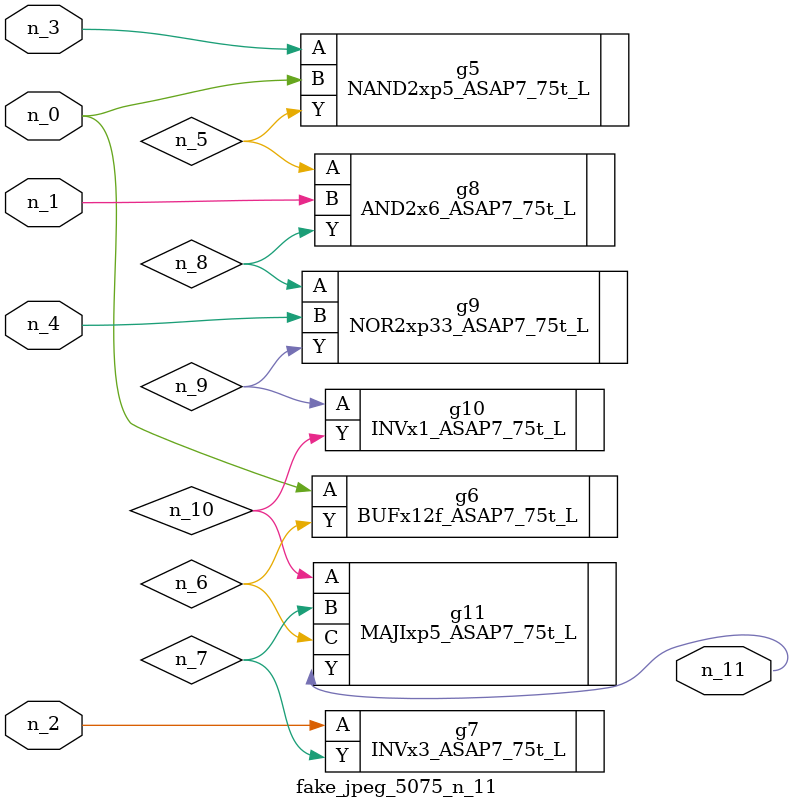
<source format=v>
module fake_jpeg_5075_n_11 (n_3, n_2, n_1, n_0, n_4, n_11);

input n_3;
input n_2;
input n_1;
input n_0;
input n_4;

output n_11;

wire n_10;
wire n_8;
wire n_9;
wire n_6;
wire n_5;
wire n_7;

NAND2xp5_ASAP7_75t_L g5 ( 
.A(n_3),
.B(n_0),
.Y(n_5)
);

BUFx12f_ASAP7_75t_L g6 ( 
.A(n_0),
.Y(n_6)
);

INVx3_ASAP7_75t_L g7 ( 
.A(n_2),
.Y(n_7)
);

AND2x6_ASAP7_75t_L g8 ( 
.A(n_5),
.B(n_1),
.Y(n_8)
);

NOR2xp33_ASAP7_75t_L g9 ( 
.A(n_8),
.B(n_4),
.Y(n_9)
);

INVx1_ASAP7_75t_L g10 ( 
.A(n_9),
.Y(n_10)
);

MAJIxp5_ASAP7_75t_L g11 ( 
.A(n_10),
.B(n_7),
.C(n_6),
.Y(n_11)
);


endmodule
</source>
